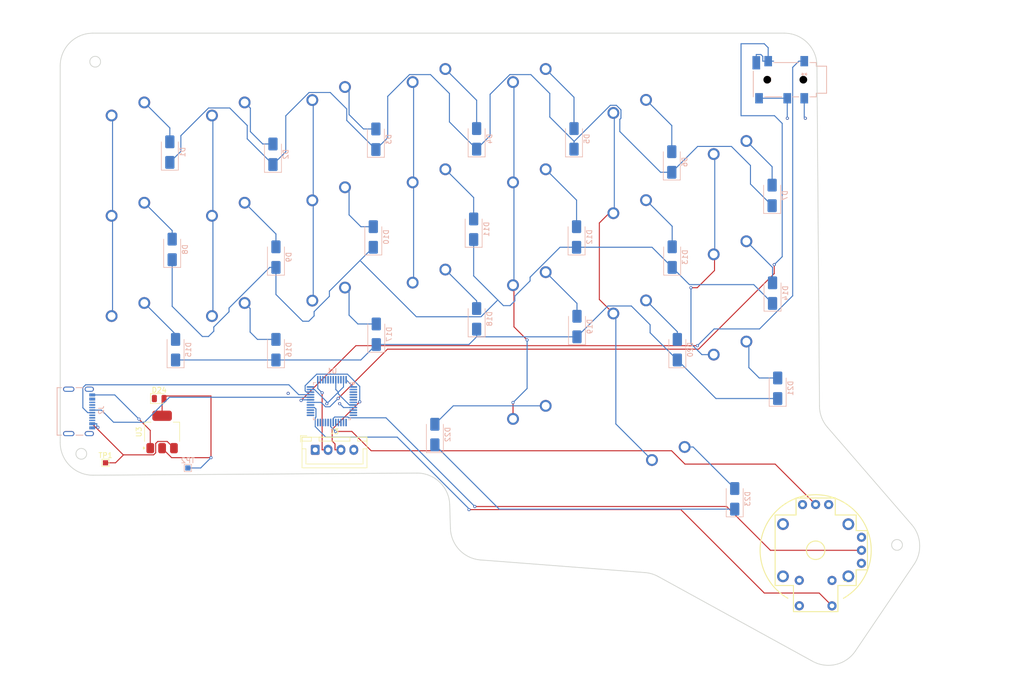
<source format=kicad_pcb>
(kicad_pcb (version 20240108) (generator "pcbnew") (generator_version "8.0")
  (layers (0 "F.Cu" signal) (1 "In1.Cu" power "GND") (2 "In2.Cu" power "PWR") (31 "B.Cu" signal) (34 "B.Paste" user) (35 "F.Paste" user) (36 "B.SilkS" user "B.Silkscreen") (37 "F.SilkS" user "F.Silkscreen") (38 "B.Mask" user) (39 "F.Mask" user) (44 "Edge.Cuts" user))
  (net 0 "")
  (net 1 "Net-(D1-A)")
  (net 2 "Net-(D2-A)")
  (net 3 "Net-(D3-A)")
  (net 4 "Net-(D4-A)")
  (net 5 "Net-(D5-A)")
  (net 6 "Net-(D6-A)")
  (net 7 "Net-(D7-A)")
  (net 8 "Net-(D8-A)")
  (net 9 "Net-(D9-A)")
  (net 10 "Net-(D10-A)")
  (net 11 "Net-(D11-A)")
  (net 12 "Net-(D12-A)")
  (net 13 "Net-(D13-A)")
  (net 14 "Net-(D14-A)")
  (net 15 "Net-(D15-A)")
  (net 16 "Net-(D16-A)")
  (net 17 "Net-(D17-A)")
  (net 18 "Net-(D18-A)")
  (net 19 "Net-(D19-A)")
  (net 20 "Net-(D20-A)")
  (net 21 "Net-(D21-A)")
  (net 22 "Net-(D22-A)")
  (net 23 "Net-(D23-A)")
  (net 27 "USART1_TX")
  (net 28 "USART1_RX")
  (net 29 "/BTN_PIN")
  (net 30 "/X_AXIS")
  (net 31 "/Y_AXIS")
  (net 34 "ROW0")
  (net 35 "ROW1")
  (net 36 "ROW2")
  (net 37 "ROW3")
  (net 38 "COL0")
  (net 39 "COL1")
  (net 40 "COL2")
  (net 41 "COL3")
  (net 42 "COL4")
  (net 43 "COL5")
  (net 44 "COL6")
  (net 80 "GND")
  (net 81 "+5V")
  (net 82 "+3.3V")
  (net 83 "/USB_D-")
  (net 84 "/USB_D+")
  (net 85 "/SWDIO")
  (net 86 "/SWCLK")
  (net 87 "/HSE_IN")
  (net 88 "/NRST")
  (net 89 "/HSE_OUT")
  (net 90 "Net-(D24-K)")
  (footprint "Package_TO_SOT_SMD:SOT-223-3_TabPin2" (layer "F.Cu") (at 82 107.5 90)
    (property "Reference" "U3")
    (property "Value" "AMS1117-3.3")
  )
  (footprint "PCM_marbastlib-mx:SW_MX_1u" (layer "F.Cu") (at 95.5 87.5)
    (property "Reference" "MX16" (hide yes))
    (property "Value" "MX_SW_solder")
  )
  (footprint "PCM_marbastlib-mx:SW_MX_1u" (layer "F.Cu") (at 134.5 42)
    (property "Reference" "MX4" (hide yes))
    (property "Value" "MX_SW_solder")
  )
  (footprint "PCM_marbastlib-mx:SW_MX_1u" (layer "F.Cu") (at 134.5 81)
    (property "Reference" "MX18" (hide yes))
    (property "Value" "MX_SW_solder")
  )
  (footprint "PCM_marbastlib-mx:SW_MX_1u" (layer "F.Cu") (at 173.5 67.5)
    (property "Reference" "MX13" (hide yes))
    (property "Value" "MX_SW_solder")
  )
  (footprint "PCM_marbastlib-mx:SW_MX_1u" (layer "F.Cu") (at 95.5 68)
    (property "Reference" "MX9" (hide yes))
    (property "Value" "MX_SW_solder")
  )
  (footprint "PCM_marbastlib-mx:SW_MX_1u" (layer "F.Cu") (at 173.5 48)
    (property "Reference" "MX6" (hide yes))
    (property "Value" "MX_SW_solder")
  )
  (footprint "PCM_marbastlib-mx:SW_MX_1u" (layer "F.Cu") (at 154 107.5)
    (property "Reference" "MX22" (hide yes))
    (property "Value" "MX_SW_solder")
  )
  (footprint "PCM_marbastlib-mx:SW_MX_1u" (layer "F.Cu") (at 193 95)
    (property "Reference" "MX21" (hide yes))
    (property "Value" "MX_SW_solder")
  )
  (footprint "PCM_marbastlib-mx:SW_MX_1u" (layer "F.Cu") (at 115 45.5)
    (property "Reference" "MX3" (hide yes))
    (property "Value" "MX_SW_solder")
  )
  (footprint "TestPoint:TestPoint_Pad_1.0x1.0mm" (layer "F.Cu") (at 71 113.5)
    (property "Reference" "TP1")
    (property "Value" "5v TP")
  )
  (footprint "LED_SMD:LED_0805_2012Metric" (layer "F.Cu") (at 81.4375 101)
    (property "Reference" "D24")
    (property "Value" "LED")
  )
  (footprint "PCM_marbastlib-mx:SW_MX_1.75u" (layer "F.Cu") (at 181 115.5)
    (property "Reference" "MX23" (hide yes))
    (property "Value" "MX_SW_solder")
  )
  (footprint "myCustomLibs:PS4_joystick" (layer "F.Cu") (at 209 130.5 180)
    (property "Reference" "U2" (hide yes))
    (property "Value" "~" (hide yes))
  )
  (footprint "PCM_marbastlib-mx:SW_MX_1u" (layer "F.Cu") (at 115 84.5)
    (property "Reference" "MX17" (hide yes))
    (property "Value" "MX_SW_solder")
  )
  (footprint "PCM_marbastlib-mx:SW_MX_1u" (layer "F.Cu") (at 76 48.5)
    (property "Reference" "MX1" (hide yes))
    (property "Value" "MX_SW_solder")
  )
  (footprint "PCM_marbastlib-mx:SW_MX_1u" (layer "F.Cu") (at 95.5 48.5)
    (property "Reference" "MX2" (hide yes))
    (property "Value" "MX_SW_solder")
  )
  (footprint "PCM_marbastlib-mx:SW_MX_1u" (layer "F.Cu") (at 173.5 87)
    (property "Reference" "MX20" (hide yes))
    (property "Value" "MX_SW_solder")
  )
  (footprint "PCM_marbastlib-mx:SW_MX_1u" (layer "F.Cu") (at 134.5 61.5)
    (property "Reference" "MX11" (hide yes))
    (property "Value" "MX_SW_solder")
  )
  (footprint "PCM_marbastlib-mx:SW_MX_1u" (layer "F.Cu") (at 193 75.5)
    (property "Reference" "MX14" (hide yes))
    (property "Value" "MX_SW_solder")
  )
  (footprint "PCM_marbastlib-mx:SW_MX_1u" (layer "F.Cu") (at 193 56)
    (property "Reference" "MX7" (hide yes))
    (property "Value" "MX_SW_solder")
  )
  (footprint "Connector_JST:JST_XH_B4B-XH-A_1x04_P2.50mm_Vertical" (layer "F.Cu") (at 111.75 110.975)
    (property "Reference" "J3")
    (property "Value" "Conn_01x04_Pin")
  )
  (footprint "PCM_marbastlib-mx:SW_MX_1u" (layer "F.Cu") (at 154 42)
    (property "Reference" "MX5" (hide yes))
    (property "Value" "MX_SW_solder")
  )
  (footprint "PCM_marbastlib-mx:SW_MX_1u" (layer "F.Cu") (at 154 81.5)
    (property "Reference" "MX19" (hide yes))
    (property "Value" "MX_SW_solder")
  )
  (footprint "PCM_marbastlib-mx:SW_MX_1u" (layer "F.Cu") (at 154 61.5)
    (property "Reference" "MX12" (hide yes))
    (property "Value" "MX_SW_solder")
  )
  (footprint "PCM_marbastlib-mx:SW_MX_1u" (layer "F.Cu") (at 115 65)
    (property "Reference" "MX10" (hide yes))
    (property "Value" "MX_SW_solder")
  )
  (footprint "PCM_marbastlib-mx:SW_MX_1u" (layer "F.Cu") (at 76 68)
    (property "Reference" "MX8" (hide yes))
    (property "Value" "MX_SW_solder")
  )
  (footprint "PCM_marbastlib-mx:SW_MX_1u" (layer "F.Cu") (at 76 87.5)
    (property "Reference" "MX15" (hide yes))
    (property "Value" "MX_SW_solder")
  )
  (footprint "footprints:PJ-342B-TX-SMT_XKB" (layer "B.Cu") (at 203 39 90)
    (property "Reference" "J1")
    (property "Value" "TRRS")
  )
  (footprint "Diode_SMD:D_SMA" (layer "B.Cu") (at 200.62 80.5 90)
    (property "Reference" "D14")
    (property "Value" "1N4007")
  )
  (footprint "Diode_SMD:D_SMA" (layer "B.Cu") (at 200.54 61.5 90)
    (property "Reference" "D7")
    (property "Value" "1N4007")
  )
  (footprint "myCustomLibs:MOLEX_2171790001" (layer "B.Cu") (at 65 103.5 90)
    (property "Reference" "J2")
    (property "Value" "2171790001")
  )
  (footprint "Diode_SMD:D_SMA" (layer "B.Cu") (at 182.12 91.5 90)
    (property "Reference" "D20")
    (property "Value" "1N4007")
  )
  (footprint "Diode_SMD:D_SMA" (layer "B.Cu") (at 162.54 69.58 90)
    (property "Reference" "D12")
    (property "Value" "1N4007")
  )
  (footprint "Diode_SMD:D_SMA" (layer "B.Cu") (at 201.62 99 90)
    (property "Reference" "D21")
    (property "Value" "1N4007")
  )
  (footprint "Diode_SMD:D_SMA" (layer "B.Cu") (at 83.96 72 90)
    (property "Reference" "D8")
    (property "Value" "1N4007")
  )
  (footprint "Diode_SMD:D_SMA" (layer "B.Cu") (at 162.62 87 90)
    (property "Reference" "D19")
    (property "Value" "1N4007")
  )
  (footprint "Diode_SMD:D_SMA" (layer "B.Cu") (at 123.04 69.58 90)
    (property "Reference" "D10")
    (property "Value" "1N4007")
  )
  (footprint "Package_QFP:LQFP-48_7x7mm_P0.5mm" (layer "B.Cu") (at 115 101.5 180)
    (property "Reference" "U1")
    (property "Value" "STM32F103C8Tx")
  )
  (footprint "Diode_SMD:D_SMA" (layer "B.Cu") (at 123.62 88.5 90)
    (property "Reference" "D17")
    (property "Value" "1N4007")
  )
  (footprint "TestPoint:TestPoint_Pad_1.0x1.0mm" (layer "B.Cu") (at 87 114.5 180)
    (property "Reference" "TP2")
    (property "Value" "3V TP")
  )
  (footprint "Diode_SMD:D_SMA" (layer "B.Cu") (at 162.04 50.5 90)
    (property "Reference" "D5")
    (property "Value" "1N4007")
  )
  (footprint "Diode_SMD:D_SMA" (layer "B.Cu") (at 103.54 53.5 90)
    (property "Reference" "D2")
    (property "Value" "1N4007")
  )
  (footprint "Diode_SMD:D_SMA" (layer "B.Cu") (at 143.12 50.5 90)
    (property "Reference" "D4")
    (property "Value" "1N4007")
  )
  (footprint "Diode_SMD:D_SMA" (layer "B.Cu") (at 142.54 68.08 90)
    (property "Reference" "D11")
    (property "Value" "1N4007")
  )
  (footprint "Diode_SMD:D_SMA" (layer "B.Cu") (at 143.12 85.5 90)
    (property "Reference" "D18")
    (property "Value" "1N4007")
  )
  (footprint "Diode_SMD:D_SMA" (layer "B.Cu") (at 104.12 91.5 90)
    (property "Reference" "D16")
    (property "Value" "1N4007")
  )
  (footprint "Diode_SMD:D_SMA" (layer "B.Cu") (at 135 108 90)
    (property "Reference" "D22")
    (property "Value" "1N4007")
  )
  (footprint "Diode_SMD:D_SMA" (layer "B.Cu") (at 181.04 55 90)
    (property "Reference" "D6")
    (property "Value" "1N4007")
  )
  (footprint "Diode_SMD:D_SMA" (layer "B.Cu") (at 123.54 50.58 90)
    (property "Reference" "D3")
    (property "Value" "1N4007")
  )
  (footprint "Diode_SMD:D_SMA" (layer "B.Cu") (at 84.62 91.5 90)
    (property "Reference" "D15")
    (property "Value" "1N4007")
  )
  (footprint "Diode_SMD:D_SMA" (layer "B.Cu") (at 83.5 53.08 90)
    (property "Reference" "D1")
    (property "Value" "1N4007")
  )
  (footprint "Diode_SMD:D_SMA" (layer "B.Cu") (at 193.27 120.5 90)
    (property "Reference" "D23")
    (property "Value" "1N4007")
  )
  (footprint "Diode_SMD:D_SMA" (layer "B.Cu") (at 181.12 73.5 90)
    (property "Reference" "D13")
    (property "Value" "1N4007")
  )
  (footprint "Diode_SMD:D_SMA" (layer "B.Cu") (at 104.12 73.5 90)
    (property "Reference" "D9")
    (property "Value" "1N4007")
  )
  (gr_circle (center 69 35.5) (end 70.014222 35.22824) (stroke (width 0.15)) (fill none) (layer "Edge.Cuts"))
  (gr_arc (start 211.290354 106.584666) (mid 210.150944 104.669376) (end 209.743426 102.478365) (stroke (width 0.15)) (layer "Edge.Cuts"))
  (gr_circle (center 224.80973 129.464497) (end 225.823953 129.192737) (stroke (width 0.15)) (fill none) (layer "Edge.Cuts"))
  (gr_arc (start 202.8974 29.950001) (mid 207.370675 31.793084) (end 209.247222 36.252425) (stroke (width 0.15)) (layer "Edge.Cuts"))
  (gr_line (start 68.549999 29.950001) (end 202.8974 29.950001) (stroke (width 0.15)) (layer "Edge.Cuts"))
  (gr_line (start 175.831894 134.844762) (end 143.887292 132.387485) (stroke (width 0.15)) (layer "Edge.Cuts"))
  (gr_line (start 138.027228 126.248525) (end 137.887836 121.648594) (stroke (width 0.15)) (layer "Edge.Cuts"))
  (gr_arc (start 62.2 36.300002) (mid 64.059871 31.809873) (end 68.549999 29.950001) (stroke (width 0.15)) (layer "Edge.Cuts"))
  (gr_arc (start 216.72474 150.088557) (mid 212.954914 152.703431) (end 208.407345 152.096033) (stroke (width 0.15)) (layer "Edge.Cuts"))
  (gr_arc (start 131.498697 115.49107) (mid 135.947196 117.268713) (end 137.887836 121.648594) (stroke (width 0.15)) (layer "Edge.Cuts"))
  (gr_line (start 62.2 109.557809) (end 62.2 36.300001) (stroke (width 0.15)) (layer "Edge.Cuts"))
  (gr_arc (start 143.887293 132.387485) (mid 139.781058 130.440772) (end 138.027229 126.248525) (stroke (width 0.15)) (layer "Edge.Cuts"))
  (gr_line (start 208.407345 152.096033) (end 178.40259 135.610732) (stroke (width 0.15)) (layer "Edge.Cuts"))
  (gr_line (start 131.498698 115.491069) (end 68.592052 115.90767) (stroke (width 0.15)) (layer "Edge.Cuts"))
  (gr_circle (center 66.3 111.745001) (end 67.314222 111.473241) (stroke (width 0.15)) (fill none) (layer "Edge.Cuts"))
  (gr_line (start 209.247222 36.252425) (end 209.743426 102.478365) (stroke (width 0.15)) (layer "Edge.Cuts"))
  (gr_arc (start 68.592052 115.907669) (mid 64.074762 114.06278) (end 62.2 109.557809) (stroke (width 0.15)) (layer "Edge.Cuts"))
  (gr_line (start 228.125765 133.234082) (end 216.72474 150.088557) (stroke (width 0.15)) (layer "Edge.Cuts"))
  (gr_arc (start 227.668983 125.522354) (mid 229.204937 129.300761) (end 228.125765 133.234082) (stroke (width 0.15)) (layer "Edge.Cuts"))
  (gr_line (start 211.290354 106.584666) (end 227.668983 125.522354) (stroke (width 0.15)) (layer "Edge.Cuts"))
  (gr_arc (start 175.831894 134.844762) (mid 177.158152 135.090451) (end 178.40259 135.610732) (stroke (width 0.15)) (layer "Edge.Cuts"))
  (segment (start 83.5 51.08) (end 83.5 48.38) (width 0.2) (layer "B.Cu") (net 1))
  (segment (start 83.5 48.38) (end 78.54 43.42) (width 0.2) (layer "B.Cu") (net 1))
  (segment (start 99.1533 44.5333) (end 98.04 43.42) (width 0.2) (layer "B.Cu") (net 2))
  (segment (start 101.5566 51.5) (end 99.1533 49.0967) (width 0.2) (layer "B.Cu") (net 2))
  (segment (start 103.54 51.5) (end 101.5566 51.5) (width 0.2) (layer "B.Cu") (net 2))
  (segment (start 99.1533 49.0967) (end 99.1533 44.5333) (width 0.2) (layer "B.Cu") (net 2))
  (segment (start 118.3313 45.7754) (end 118.3313 41.2113) (width 0.2) (layer "B.Cu") (net 3))
  (segment (start 121.1359 48.58) (end 118.3313 45.7754) (width 0.2) (layer "B.Cu") (net 3))
  (segment (start 118.3313 41.2113) (end 117.54 40.42) (width 0.2) (layer "B.Cu") (net 3))
  (segment (start 123.54 48.58) (end 121.1359 48.58) (width 0.2) (layer "B.Cu") (net 3))
  (segment (start 143.12 43) (end 137.04 36.92) (width 0.2) (layer "B.Cu") (net 4))
  (segment (start 143.12 48.5) (end 143.12 43) (width 0.2) (layer "B.Cu") (net 4))
  (segment (start 162.04 42.42) (end 156.54 36.92) (width 0.2) (layer "B.Cu") (net 5))
  (segment (start 162.04 48.5) (end 162.04 42.42) (width 0.2) (layer "B.Cu") (net 5))
  (segment (start 181.04 53) (end 181.04 47.92) (width 0.2) (layer "B.Cu") (net 6))
  (segment (start 181.04 47.92) (end 176.04 42.92) (width 0.2) (layer "B.Cu") (net 6))
  (segment (start 200.54 59.5) (end 200.54 55.92) (width 0.2) (layer "B.Cu") (net 7))
  (segment (start 200.54 55.92) (end 195.54 50.92) (width 0.2) (layer "B.Cu") (net 7))
  (segment (start 83.96 68.34) (end 78.54 62.92) (width 0.2) (layer "B.Cu") (net 8))
  (segment (start 83.96 70) (end 83.96 68.34) (width 0.2) (layer "B.Cu") (net 8))
  (segment (start 104.12 71.5) (end 104.12 69) (width 0.2) (layer "B.Cu") (net 9))
  (segment (start 104.12 69) (end 98.04 62.92) (width 0.2) (layer "B.Cu") (net 9))
  (segment (start 118.3313 65.2866) (end 118.3313 60.7113) (width 0.2) (layer "B.Cu") (net 10))
  (segment (start 123.04 67.58) (end 120.6247 67.58) (width 0.2) (layer "B.Cu") (net 10))
  (segment (start 118.3313 60.7113) (end 117.54 59.92) (width 0.2) (layer "B.Cu") (net 10))
  (segment (start 120.6247 67.58) (end 118.3313 65.2866) (width 0.2) (layer "B.Cu") (net 10))
  (segment (start 142.54 66.08) (end 142.54 61.92) (width 0.2) (layer "B.Cu") (net 11))
  (segment (start 142.54 61.92) (end 137.04 56.42) (width 0.2) (layer "B.Cu") (net 11))
  (segment (start 162.54 67.58) (end 162.54 62.42) (width 0.2) (layer "B.Cu") (net 12))
  (segment (start 162.54 62.42) (end 156.54 56.42) (width 0.2) (layer "B.Cu") (net 12))
  (segment (start 176.04 62.42) (end 181.12 67.5) (width 0.2) (layer "B.Cu") (net 13))
  (segment (start 181.12 67.5) (end 181.12 71.5) (width 0.2) (layer "B.Cu") (net 13))
  (segment (start 200.62 78.5) (end 200.62 75.5) (width 0.2) (layer "B.Cu") (net 14))
  (segment (start 200.62 75.5) (end 195.54 70.42) (width 0.2) (layer "B.Cu") (net 14))
  (segment (start 84.62 88.5) (end 78.54 82.42) (width 0.2) (layer "B.Cu") (net 15))
  (segment (start 84.62 89.5) (end 84.62 88.5) (width 0.2) (layer "B.Cu") (net 15))
  (segment (start 99.1035 88.0761) (end 99.1035 83.4835) (width 0.2) (layer "B.Cu") (net 16))
  (segment (start 100.5274 89.5) (end 99.1035 88.0761) (width 0.2) (layer "B.Cu") (net 16))
  (segment (start 99.1035 83.4835) (end 98.04 82.42) (width 0.2) (layer "B.Cu") (net 16))
  (segment (start 104.12 89.5) (end 100.5274 89.5) (width 0.2) (layer "B.Cu") (net 16))
  (segment (start 120.0406 86.5) (end 118.3313 84.7907) (width 0.2) (layer "B.Cu") (net 17))
  (segment (start 118.3313 80.2113) (end 117.54 79.42) (width 0.2) (layer "B.Cu") (net 17))
  (segment (start 123.62 86.5) (end 120.0406 86.5) (width 0.2) (layer "B.Cu") (net 17))
  (segment (start 118.3313 84.7907) (end 118.3313 80.2113) (width 0.2) (layer "B.Cu") (net 17))
  (segment (start 143.12 82) (end 137.04 75.92) (width 0.2) (layer "B.Cu") (net 18))
  (segment (start 143.12 83.5) (end 143.12 82) (width 0.2) (layer "B.Cu") (net 18))
  (segment (start 162.62 82.5) (end 156.54 76.42) (width 0.2) (layer "B.Cu") (net 19))
  (segment (start 162.62 85) (end 162.62 82.5) (width 0.2) (layer "B.Cu") (net 19))
  (segment (start 182.12 88) (end 176.04 81.92) (width 0.2) (layer "B.Cu") (net 20))
  (segment (start 182.12 89.5) (end 182.12 88) (width 0.2) (layer "B.Cu") (net 20))
  (segment (start 196.0168 94.9844) (end 196.0168 90.3968) (width 0.2) (layer "B.Cu") (net 21))
  (segment (start 198.0324 97) (end 196.0168 94.9844) (width 0.2) (layer "B.Cu") (net 21))
  (segment (start 201.62 97) (end 198.0324 97) (width 0.2) (layer "B.Cu") (net 21))
  (segment (start 196.0168 90.3968) (end 195.54 89.92) (width 0.2) (layer "B.Cu") (net 21))
  (segment (start 135 106) (end 138.58 102.42) (width 0.2) (layer "B.Cu") (net 22))
  (segment (start 138.58 102.42) (end 156.54 102.42) (width 0.2) (layer "B.Cu") (net 22))
  (segment (start 193.27 118.5) (end 185.19 110.42) (width 0.2) (layer "B.Cu") (net 23))
  (segment (start 185.19 110.42) (end 183.54 110.42) (width 0.2) (layer "B.Cu") (net 23))
  (segment (start 125.7938 91.3976) (end 186.2435 91.3976) (width 0.2) (layer "F.Cu") (net 27))
  (segment (start 116.2192 100.9722) (end 125.7938 91.3976) (width 0.2) (layer "F.Cu") (net 27))
  (segment (start 186.2435 91.3976) (end 200.9537 76.6874) (width 0.2) (layer "F.Cu") (net 27))
  (segment (start 200.9537 76.6874) (end 200.9537 74.961) (width 0.2) (layer "F.Cu") (net 27))
  (via (at 200.9537 74.961) (size 0.6) (drill 0.3) (layers "F.Cu" "B.Cu") (net 27))
  (via (at 116.2192 100.9722) (size 0.6) (drill 0.3) (layers "F.Cu" "B.Cu") (net 27))
  (segment (start 112.8991 101.75) (end 113.7508 102.6017) (width 0.2) (layer "B.Cu") (net 27))
  (segment (start 197.4628 34.1009) (end 198.3545 34.1009) (width 0.2) (layer "B.Cu") (net 27))
  (segment (start 110.8375 101.75) (end 112.8991 101.75) (width 0.2) (layer "B.Cu") (net 27))
  (segment (start 199.7742 35.3932) (end 199.7742 32.7742) (width 0.2) (layer "B.Cu") (net 27))
  (segment (start 199 32) (end 194.5 32) (width 0.2) (layer "B.Cu") (net 27))
  (segment (start 199.7742 35.3932) (end 200.8252 35.3932) (width 0.2) (layer "B.Cu") (net 27))
  (segment (start 199.7742 35.3932) (end 198.7232 35.3932) (width 0.2) (layer "B.Cu") (net 27))
  (segment (start 199.7742 32.7742) (end 199 32) (width 0.2) (layer "B.Cu") (net 27))
  (segment (start 202.5 47.5) (end 202.5 73.4147) (width 0.2) (layer "B.Cu") (net 27))
  (segment (start 197.4628 35.698) (end 197.4628 34.1009) (width 0.2) (layer "B.Cu") (net 27))
  (segment (start 202.5 73.4147) (end 200.9537 74.961) (width 0.2) (layer "B.Cu") (net 27))
  (segment (start 198.7232 34.4696) (end 198.7232 35.3932) (width 0.2) (layer "B.Cu") (net 27))
  (segment (start 198.3545 34.1009) (end 198.7232 34.4696) (width 0.2) (layer "B.Cu") (net 27))
  (segment (start 194.5 32) (end 194.5 46) (width 0.2) (layer "B.Cu") (net 27))
  (segment (start 113.7508 102.6017) (end 114.5897 102.6017) (width 0.2) (layer "B.Cu") (net 27))
  (segment (start 114.5897 102.6017) (end 116.2192 100.9722) (width 0.2) (layer "B.Cu") (net 27))
  (segment (start 201 46) (end 202.5 47.5) (width 0.2) (layer "B.Cu") (net 27))
  (segment (start 194.5 46) (end 201 46) (width 0.2) (layer "B.Cu") (net 27))
  (segment (start 186.0232 90.7148) (end 119.666 90.7148) (width 0.2) (layer "F.Cu") (net 28))
  (segment (start 119.666 90.7148) (end 109.0142 101.3666) (width 0.2) (layer "F.Cu") (net 28))
  (via (at 109.0142 101.3666) (size 0.6) (drill 0.3) (layers "F.Cu" "B.Cu") (net 28))
  (via (at 186.0232 90.7148) (size 0.6) (drill 0.3) (layers "F.Cu" "B.Cu") (net 28))
  (segment (start 204.5336 36.5932) (end 204.5336 81.0241) (width 0.2) (layer "B.Cu") (net 28))
  (segment (start 206.7846 35.3932) (end 205.7336 35.3932) (width 0.2) (layer "B.Cu") (net 28))
  (segment (start 109.0142 101.3666) (end 109.1308 101.25) (width 0.2) (layer "B.Cu") (net 28))
  (segment (start 109.1308 101.25) (end 110.8375 101.25) (width 0.2) (layer "B.Cu") (net 28))
  (segment (start 189.2748 87.4632) (end 186.0232 90.7148) (width 0.2) (layer "B.Cu") (net 28))
  (segment (start 205.7336 35.3932) (end 204.5336 36.5932) (width 0.2) (layer "B.Cu") (net 28))
  (segment (start 204.5336 81.0241) (end 198.0945 87.4632) (width 0.2) (layer "B.Cu") (net 28))
  (segment (start 198.0945 87.4632) (end 189.2748 87.4632) (width 0.2) (layer "B.Cu") (net 28))
  (segment (start 182.7989 122.6008) (end 199.018 138.8199) (width 0.2) (layer "F.Cu") (net 29))
  (segment (start 199.018 138.8199) (end 209.6801 138.8199) (width 0.2) (layer "F.Cu") (net 29))
  (segment (start 141.6334 122.6008) (end 182.7989 122.6008) (width 0.2) (layer "F.Cu") (net 29))
  (segment (start 209.6801 138.8199) (end 212.175 141.3148) (width 0.2) (layer "F.Cu") (net 29))
  (via (at 141.6334 122.6008) (size 0.6) (drill 0.3) (layers "F.Cu" "B.Cu") (net 29))
  (segment (start 113.7932 108.4993) (end 127.6847 108.4993) (width 0.2) (layer "B.Cu") (net 29))
  (segment (start 110.8375 102.75) (end 111.6197 102.75) (width 0.2) (layer "B.Cu") (net 29))
  (segment (start 111.8959 103.0262) (end 111.8959 104.6041) (width 0.2) (layer "B.Cu") (net 29))
  (segment (start 111.8959 104.6041) (end 111.7632 104.7368) (width 0.2) (layer "B.Cu") (net 29))
  (segment (start 141.6334 122.448) (end 141.6334 122.6008) (width 0.2) (layer "B.Cu") (net 29))
  (segment (start 111.6197 102.75) (end 111.8959 103.0262) (width 0.2) (layer "B.Cu") (net 29))
  (segment (start 111.7632 104.7368) (end 111.7632 106.4693) (width 0.2) (layer "B.Cu") (net 29))
  (segment (start 111.7632 106.4693) (end 113.7932 108.4993) (width 0.2) (layer "B.Cu") (net 29))
  (segment (start 127.6847 108.4993) (end 141.6334 122.448) (width 0.2) (layer "B.Cu") (net 29))
  (segment (start 200.2125 130.5148) (end 217.905 130.5148) (width 0.2) (layer "F.Cu") (net 30))
  (segment (start 191.6968 121.9991) (end 200.2125 130.5148) (width 0.2) (layer "F.Cu") (net 30))
  (segment (start 142.7608 121.9991) (end 191.6968 121.9991) (width 0.2) (layer "F.Cu") (net 30))
  (via (at 142.7608 121.9991) (size 0.6) (drill 0.3) (layers "F.Cu" "B.Cu") (net 30))
  (segment (start 118.0952 104.5951) (end 118.2489 104.7488) (width 0.2) (layer "B.Cu") (net 30))
  (segment (start 118.2489 104.7488) (end 125.5105 104.7488) (width 0.2) (layer "B.Cu") (net 30))
  (segment (start 115.25 105.6625) (end 115.25 104.8742) (width 0.2) (layer "B.Cu") (net 30))
  (segment (start 125.5105 104.7488) (end 142.7608 121.9991) (width 0.2) (layer "B.Cu") (net 30))
  (segment (start 115.25 104.8742) (end 115.5291 104.5951) (width 0.2) (layer "B.Cu") (net 30))
  (segment (start 115.5291 104.5951) (end 118.0952 104.5951) (width 0.2) (layer "B.Cu") (net 30))
  (segment (start 208.985 121.6048) (end 201.1257 113.7455) (width 0.2) (layer "F.Cu") (net 31))
  (segment (start 181.0018 111.1521) (end 122.6271 111.1521) (width 0.2) (layer "F.Cu") (net 31))
  (segment (start 118.8748 107.3998) (end 115.699 107.3998) (width 0.2) (layer "F.Cu") (net 31))
  (segment (start 201.1257 113.7455) (end 183.5952 113.7455) (width 0.2) (layer "F.Cu") (net 31))
  (segment (start 183.5952 113.7455) (end 181.0018 111.1521) (width 0.2) (layer "F.Cu") (net 31))
  (segment (start 122.6271 111.1521) (end 118.8748 107.3998) (width 0.2) (layer "F.Cu") (net 31))
  (via (at 115.699 107.3998) (size 0.6) (drill 0.3) (layers "F.Cu" "B.Cu") (net 31))
  (segment (start 114.75 106.4508) (end 115.699 107.3998) (width 0.2) (layer "B.Cu") (net 31))
  (segment (start 114.75 105.6625) (end 114.75 106.4508) (width 0.2) (layer "B.Cu") (net 31))
  (segment (start 125.8366 50.2834) (end 125.8366 42.2415) (width 0.2) (layer "B.Cu") (net 34))
  (segment (start 85.6426 49.8837) (end 91.0266 44.4997) (width 0.2) (layer "B.Cu") (net 34))
  (segment (start 170.94 49.0733) (end 178.8667 57) (width 0.2) (layer "B.Cu") (net 34))
  (segment (start 153.6603 38.0082) (end 157.3312 41.6791) (width 0.2) (layer "B.Cu") (net 34))
  (segment (start 125.8366 42.2415) (end 130.0699 38.0082) (width 0.2) (layer "B.Cu") (net 34))
  (segment (start 134.1603 38.0082) (end 137.8312 41.6791) (width 0.2) (layer "B.Cu") (net 34))
  (segment (start 145.7363 49.8837) (end 145.7363 41.8418) (width 0.2) (layer "B.Cu") (net 34))
  (segment (start 171.1641 46.4859) (end 170.94 46.71) (width 0.2) (layer "B.Cu") (net 34))
  (segment (start 196.3313 59.2913) (end 200.54 63.5) (width 0.2) (layer "B.Cu") (net 34))
  (segment (start 98.5443 47.9033) (end 98.5443 50.5043) (width 0.2) (layer "B.Cu") (net 34))
  (segment (start 145.7363 41.8418) (end 149.5699 38.0082) (width 0.2) (layer "B.Cu") (net 34))
  (segment (start 186.0696 51.9704) (end 192.6225 51.9704) (width 0.2) (layer "B.Cu") (net 34))
  (segment (start 95.1407 44.4997) (end 98.5443 47.9033) (width 0.2) (layer "B.Cu") (net 34))
  (segment (start 169.0944 43.9784) (end 170.2716 43.9784) (width 0.2) (layer "B.Cu") (net 34))
  (segment (start 178.8667 57) (end 181.04 57) (width 0.2) (layer "B.Cu") (net 34))
  (segment (start 85.6426 52.9374) (end 85.6426 49.8837) (width 0.2) (layer "B.Cu") (net 34))
  (segment (start 162.0763 50.9965) (end 169.0944 43.9784) (width 0.2) (layer "B.Cu") (net 34))
  (segment (start 170.94 46.71) (end 170.94 49.0733) (width 0.2) (layer "B.Cu") (net 34))
  (segment (start 157.3312 46.2514) (end 162.0763 50.9965) (width 0.2) (layer "B.Cu") (net 34))
  (segment (start 181.04 57) (end 186.0696 51.9704) (width 0.2) (layer "B.Cu") (net 34))
  (segment (start 123.54 52.58) (end 117.8792 46.9192) (width 0.2) (layer "B.Cu") (net 34))
  (segment (start 137.8312 41.6791) (end 137.8312 47.2112) (width 0.2) (layer "B.Cu") (net 34))
  (segment (start 114.6779 41.4873) (end 110.5596 41.4873) (width 0.2) (layer "B.Cu") (net 34))
  (segment (start 162.04 51.0328) (end 162.04 52.5) (width 0.2) (layer "B.Cu") (net 34))
  (segment (start 91.0266 44.4997) (end 95.1407 44.4997) (width 0.2) (layer "B.Cu") (net 34))
  (segment (start 171.1641 44.8709) (end 171.1641 46.4859) (width 0.2) (layer "B.Cu") (net 34))
  (segment (start 192.6225 51.9704) (end 196.3313 55.6792) (width 0.2) (layer "B.Cu") (net 34))
  (segment (start 106.0289 53.0111) (end 103.54 55.5) (width 0.2) (layer "B.Cu") (net 34))
  (segment (start 130.0699 38.0082) (end 134.1603 38.0082) (width 0.2) (layer "B.Cu") (net 34))
  (segment (start 117.8792 46.9192) (end 117.8792 44.6886) (width 0.2) (layer "B.Cu") (net 34))
  (segment (start 98.5443 50.5043) (end 103.54 55.5) (width 0.2) (layer "B.Cu") (net 34))
  (segment (start 143.12 52.5) (end 145.7363 49.8837) (width 0.2) (layer "B.Cu") (net 34))
  (segment (start 170.2716 43.9784) (end 171.1641 44.8709) (width 0.2) (layer "B.Cu") (net 34))
  (segment (start 149.5699 38.0082) (end 153.6603 38.0082) (width 0.2) (layer "B.Cu") (net 34))
  (segment (start 110.5596 41.4873) (end 106.0289 46.018) (width 0.2) (layer "B.Cu") (net 34))
  (segment (start 117.8792 44.6886) (end 114.6779 41.4873) (width 0.2) (layer "B.Cu") (net 34))
  (segment (start 123.54 52.58) (end 125.8366 50.2834) (width 0.2) (layer "B.Cu") (net 34))
  (segment (start 83.5 55.08) (end 85.6426 52.9374) (width 0.2) (layer "B.Cu") (net 34))
  (segment (start 162.0763 50.9965) (end 162.04 51.0328) (width 0.2) (layer "B.Cu") (net 34))
  (segment (start 106.0289 46.018) (end 106.0289 53.0111) (width 0.2) (layer "B.Cu") (net 34))
  (segment (start 196.3313 55.6792) (end 196.3313 59.2913) (width 0.2) (layer "B.Cu") (net 34))
  (segment (start 157.3312 41.6791) (end 157.3312 46.2514) (width 0.2) (layer "B.Cu") (net 34))
  (segment (start 137.8312 47.2112) (end 143.12 52.5) (width 0.2) (layer "B.Cu") (net 34))
  (segment (start 104.12 80.7634) (end 104.12 75.5) (width 0.2) (layer "B.Cu") (net 35))
  (segment (start 148.3224 82.93) (end 147.2288 81.8364) (width 0.2) (layer "B.Cu") (net 35))
  (segment (start 131.4114 85.1004) (end 143.9648 85.1004) (width 0.2) (layer "B.Cu") (net 35))
  (segment (start 95.0066 83.4004) (end 95.0066 84.1255) (width 0.2) (layer "B.Cu") (net 35))
  (segment (start 150.5403 82.0085) (end 149.6188 82.93) (width 0.2) (layer "B.Cu") (net 35))
  (segment (start 89.8258 88.9346) (end 83.96 83.0688) (width 0.2) (layer "B.Cu") (net 35))
  (segment (start 147.2288 81.8364) (end 142.54 77.1476) (width 0.2) (layer "B.Cu") (net 35))
  (segment (start 162.54 71.58) (end 159.327 71.58) (width 0.2) (layer "B.Cu") (net 35))
  (segment (start 92.0403 87.907) (end 91.0127 88.9346) (width 0.2) (layer "B.Cu") (net 35))
  (segment (start 153.5066 78.1255) (end 150.5403 81.0918) (width 0.2) (layer "B.Cu") (net 35))
  (segment (start 114.5066 81.1255) (end 111.5403 84.0918) (width 0.2) (layer "B.Cu") (net 35))
  (segment (start 177.2 71.58) (end 162.54 71.58) (width 0.2) (layer "B.Cu") (net 35))
  (segment (start 142.54 77.1476) (end 142.54 70.08) (width 0.2) (layer "B.Cu") (net 35))
  (segment (start 143.9648 85.1004) (end 147.2288 81.8364) (width 0.2) (layer "B.Cu") (net 35))
  (segment (start 184.4676 78.8476) (end 181.12 75.5) (width 0.2) (layer "B.Cu") (net 35))
  (segment (start 153.5066 77.4004) (end 153.5066 78.1255) (width 0.2) (layer "B.Cu") (net 35))
  (segment (start 149.6188 82.93) (end 148.3224 82.93) (width 0.2) (layer "B.Cu") (net 35))
  (segment (start 111.5403 84.0918) (end 111.5403 84.9271) (width 0.2) (layer "B.Cu") (net 35))
  (segment (start 109.3211 85.9645) (end 104.12 80.7634) (width 0.2) (layer "B.Cu") (net 35))
  (segment (start 123.04 71.58) (end 120.5123 74.1077) (width 0.2) (layer "B.Cu") (net 35))
  (segment (start 102.907 75.5) (end 95.0066 83.4004) (width 0.2) (layer "B.Cu") (net 35))
  (segment (start 159.327 71.58) (end 153.5066 77.4004) (width 0.2) (layer "B.Cu") (net 35))
  (segment (start 91.0127 88.9346) (end 89.8258 88.9346) (width 0.2) (layer "B.Cu") (net 35))
  (segment (start 150.5403 81.0918) (end 150.5403 82.0085) (width 0.2) (layer "B.Cu") (net 35))
  (segment (start 120.5123 74.1077) (end 120.5123 74.2013) (width 0.2) (layer "B.Cu") (net 35))
  (segment (start 111.5403 84.9271) (end 110.5029 85.9645) (width 0.2) (layer "B.Cu") (net 35))
  (segment (start 83.96 83.0688) (end 83.96 74) (width 0.2) (layer "B.Cu") (net 35))
  (segment (start 120.5123 74.1077) (end 114.5066 80.1134) (width 0.2) (layer "B.Cu") (net 35))
  (segment (start 95.0066 84.1255) (end 92.0403 87.0918) (width 0.2) (layer "B.Cu") (net 35))
  (segment (start 181.12 75.5) (end 177.2 71.58) (width 0.2) (layer "B.Cu") (net 35))
  (segment (start 120.5123 74.2013) (end 131.4114 85.1004) (width 0.2) (layer "B.Cu") (net 35))
  (segment (start 110.5029 85.9645) (end 109.3211 85.9645) (width 0.2) (layer "B.Cu") (net 35))
  (segment (start 200.62 82.5) (end 196.9676 78.8476) (width 0.2) (layer "B.Cu") (net 35))
  (segment (start 104.12 75.5) (end 102.907 75.5) (width 0.2) (layer "B.Cu") (net 35))
  (segment (start 196.9676 78.8476) (end 184.4676 78.8476) (width 0.2) (layer "B.Cu") (net 35))
  (segment (start 92.0403 87.0918) (end 92.0403 87.907) (width 0.2) (layer "B.Cu") (net 35))
  (segment (start 114.5066 80.1134) (end 114.5066 81.1255) (width 0.2) (layer "B.Cu") (net 35))
  (segment (start 123.62 90.5) (end 141.62 90.5) (width 0.2) (layer "B.Cu") (net 36))
  (segment (start 168.6143 83.0057) (end 173.1877 83.0057) (width 0.2) (layer "B.Cu") (net 36))
  (segment (start 189.62 101) (end 182.12 93.5) (width 0.2) (layer "B.Cu") (net 36))
  (segment (start 176.8313 88.2113) (end 182.12 93.5) (width 0.2) (layer "B.Cu") (net 36))
  (segment (start 104.12 93.5) (end 120.62 93.5) (width 0.2) (layer "B.Cu") (net 36))
  (segment (start 176.8313 86.6493) (end 176.8313 88.2113) (width 0.2) (layer "B.Cu") (net 36))
  (segment (start 162.62 89) (end 168.6143 83.0057) (width 0.2) (layer "B.Cu") (net 36))
  (segment (start 84.62 93.5) (end 104.12 93.5) (width 0.2) (layer "B.Cu") (net 36))
  (segment (start 173.1877 83.0057) (end 176.8313 86.6493) (width 0.2) (layer "B.Cu") (net 36))
  (segment (start 120.62 93.5) (end 123.62 90.5) (width 0.2) (layer "B.Cu") (net 36))
  (segment (start 201.62 101) (end 189.62 101) (width 0.2) (layer "B.Cu") (net 36))
  (segment (start 143.12 89) (end 162.62 89) (width 0.2) (layer "B.Cu") (net 36))
  (segment (start 141.62 90.5) (end 143.12 89) (width 0.2) (layer "B.Cu") (net 36))
  (segment (start 143.12 89) (end 143.12 87.5) (width 0.2) (layer "B.Cu") (net 36))
  (segment (start 147.5 122.5) (end 135 110) (width 0.2) (layer "B.Cu") (net 37))
  (segment (start 193.27 122.5) (end 147.5 122.5) (width 0.2) (layer "B.Cu") (net 37))
  (segment (start 72.3695 65.6395) (end 72.19 65.46) (width 0.2) (layer "B.Cu") (net 38))
  (segment (start 72.19 45.96) (end 72.3695 46.1395) (width 0.2) (layer "B.Cu") (net 38))
  (segment (start 72.3695 46.1395) (end 72.3695 65.2805) (width 0.2) (layer "B.Cu") (net 38))
  (segment (start 72.19 84.96) (end 72.3695 84.7805) (width 0.2) (layer "B.Cu") (net 38))
  (segment (start 72.3695 65.2805) (end 72.19 65.46) (width 0.2) (layer "B.Cu") (net 38))
  (segment (start 72.3695 84.7805) (end 72.3695 65.6395) (width 0.2) (layer "B.Cu") (net 38))
  (segment (start 91.8635 65.2865) (end 91.69 65.46) (width 0.2) (layer "B.Cu") (net 39))
  (segment (start 91.8635 46.1335) (end 91.8635 65.2865) (width 0.2) (layer "B.Cu") (net 39))
  (segment (start 91.69 65.46) (end 91.8748 65.6448) (width 0.2) (layer "B.Cu") (net 39))
  (segment (start 91.8748 84.7752) (end 91.69 84.96) (width 0.2) (layer "B.Cu") (net 39))
  (segment (start 91.8748 65.6448) (end 91.8748 84.7752) (width 0.2) (layer "B.Cu") (net 39))
  (segment (start 91.69 45.96) (end 91.8635 46.1335) (width 0.2) (layer "B.Cu") (net 39))
  (segment (start 111.3695 62.6395) (end 111.19 62.46) (width 0.2) (layer "B.Cu") (net 40))
  (segment (start 111.19 62.46) (end 111.3695 62.2805) (width 0.2) (layer "B.Cu") (net 40))
  (segment (start 111.3695 81.7805) (end 111.3695 62.6395) (width 0.2) (layer "B.Cu") (net 40))
  (segment (start 111.3695 62.2805) (end 111.3695 43.1395) (width 0.2) (layer "B.Cu") (net 40))
  (segment (start 111.3695 43.1395) (end 111.19 42.96) (width 0.2) (layer "B.Cu") (net 40))
  (segment (start 111.19 81.96) (end 111.3695 81.7805) (width 0.2) (layer "B.Cu") (net 40))
  (segment (start 130.69 58.96) (end 130.8695 59.1395) (width 0.2) (layer "B.Cu") (net 41))
  (segment (start 130.8696 58.7804) (end 130.69 58.96) (width 0.2) (layer "B.Cu") (net 41))
  (segment (start 130.69 39.46) (end 130.8696 39.6396) (width 0.2) (layer "B.Cu") (net 41))
  (segment (start 130.8695 78.2805) (end 130.69 78.46) (width 0.2) (layer "B.Cu") (net 41))
  (segment (start 130.8695 59.1395) (end 130.8695 78.2805) (width 0.2) (layer "B.Cu") (net 41))
  (segment (start 130.8696 39.6396) (end 130.8696 58.7804) (width 0.2) (layer "B.Cu") (net 41))
  (segment (start 150.19 78.96) (end 150.3695 79.1395) (width 0.2) (layer "F.Cu") (net 42))
  (segment (start 150.3695 87.0508) (end 152.928 89.6093) (width 0.2) (layer "F.Cu") (net 42))
  (segment (start 150.3695 79.1395) (end 150.3695 87.0508) (width 0.2) (layer "F.Cu") (net 42))
  (segment (start 150.19 101.783) (end 150.19 104.96) (width 0.2) (layer "F.Cu") (net 42))
  (via (at 152.928 89.6093) (size 0.6) (drill 0.3) (layers "F.Cu" "B.Cu") (net 42))
  (via (at 150.19 101.783) (size 0.6) (drill 0.3) (layers "F.Cu" "B.Cu") (net 42))
  (segment (start 150.19 101.783) (end 152.928 99.045) (width 0.2) (layer "B.Cu") (net 42))
  (segment (start 150.3696 39.6396) (end 150.3696 58.7804) (width 0.2) (layer "B.Cu") (net 42))
  (segment (start 152.928 99.045) (end 152.928 89.6093) (width 0.2) (layer "B.Cu") (net 42))
  (segment (start 150.3695 59.1395) (end 150.3695 78.7805) (width 0.2) (layer "B.Cu") (net 42))
  (segment (start 150.3696 58.7804) (end 150.19 58.96) (width 0.2) (layer "B.Cu") (net 42))
  (segment (start 150.19 39.46) (end 150.3696 39.6396) (width 0.2) (layer "B.Cu") (net 42))
  (segment (start 150.19 58.96) (end 150.3695 59.1395) (width 0.2) (layer "B.Cu") (net 42))
  (segment (start 150.3695 78.7805) (end 150.19 78.96) (width 0.2) (layer "B.Cu") (net 42))
  (segment (start 166.9665 81.7365) (end 166.9665 66.8578) (width 0.2) (layer "F.Cu") (net 43))
  (segment (start 168.8643 64.96) (end 169.69 64.96) (width 0.2) (layer "F.Cu") (net 43))
  (segment (start 166.9665 66.8578) (end 168.8643 64.96) (width 0.2) (layer "F.Cu") (net 43))
  (segment (start 169.69 84.46) (end 166.9665 81.7365) (width 0.2) (layer "F.Cu") (net 43))
  (segment (start 177.19 112.96) (end 170.1689 105.9389) (width 0.2) (layer "B.Cu") (net 43))
  (segment (start 170.1689 84.9389) (end 169.69 84.46) (width 0.2) (layer "B.Cu") (net 43))
  (segment (start 169.69 45.46) (end 169.876 45.646) (width 0.2) (layer "B.Cu") (net 43))
  (segment (start 169.876 64.774) (end 169.69 64.96) (width 0.2) (layer "B.Cu") (net 43))
  (segment (start 170.1689 105.9389) (end 170.1689 84.9389) (width 0.2) (layer "B.Cu") (net 43))
  (segment (start 169.876 45.646) (end 169.876 64.774) (width 0.2) (layer "B.Cu") (net 43))
  (segment (start 189.347 73.117) (end 189.347 76.0973) (width 0.2) (layer "F.Cu") (net 44))
  (segment (start 189.19 72.96) (end 189.347 73.117) (width 0.2) (layer "F.Cu") (net 44))
  (segment (start 189.347 76.0973) (end 185.995 79.4493) (width 0.2) (layer "F.Cu") (net 44))
  (segment (start 185.995 79.4493) (end 184.7688 79.4493) (width 0.2) (layer "F.Cu") (net 44))
  (via (at 184.7688 79.4493) (size 0.6) (drill 0.3) (layers "F.Cu" "B.Cu") (net 44))
  (segment (start 184.7688 90.3437) (end 186.8851 92.46) (width 0.2) (layer "B.Cu") (net 44))
  (segment (start 189.3874 53.6574) (end 189.3874 72.7626) (width 0.2) (layer "B.Cu") (net 44))
  (segment (start 189.19 53.46) (end 189.3874 53.6574) (width 0.2) (layer "B.Cu") (net 44))
  (segment (start 184.7688 79.4493) (end 184.7688 90.3437) (width 0.2) (layer "B.Cu") (net 44))
  (segment (start 186.8851 92.46) (end 189.19 92.46) (width 0.2) (layer "B.Cu") (net 44))
  (segment (start 189.3874 72.7626) (end 189.19 72.96) (width 0.2) (layer "B.Cu") (net 44))
  (segment (start 79.7 107.2) (end 77.5 105) (width 0.2) (layer "F.Cu") (net 80))
  (segment (start 79.7 110.65) (end 79.7 107.2) (width 0.2) (layer "F.Cu") (net 80))
  (via (at 114 102) (size 0.6) (drill 0.3) (layers "F.Cu" "B.Cu") (net 80))
  (via (at 207 46.5) (size 0.6) (drill 0.3) (layers "F.Cu" "B.Cu") (net 80))
  (via (at 106.5 100) (size 0.6) (drill 0.3) (layers "F.Cu" "B.Cu") (net 80))
  (via (at 77.5 105) (size 0.6) (drill 0.3) (layers "F.Cu" "B.Cu") (net 80))
  (segment (start 111.607 99.25) (end 114 101.643) (width 0.2) (layer "B.Cu") (net 80))
  (segment (start 72.8 100.3) (end 77.5 105) (width 0.2) (layer "B.Cu") (net 80))
  (segment (start 110.838 99.25) (end 110.8375 99.25) (width 0.2) (layer "B.Cu") (net 80))
  (segment (start 68.425 100.3) (end 72.8 100.3) (width 0.2) (layer "B.Cu") (net 80))
  (segment (start 115.75 99.25) (end 116.25 99.75) (width 0.2) (layer "B.Cu") (net 80))
  (segment (start 119.162 102.25) (end 119.1625 102.25) (width 0.2) (layer "B.Cu") (net 80))
  (segment (start 118.393 102.25) (end 119.162 102.25) (width 0.2) (layer "B.Cu") (net 80))
  (segment (start 117.25 97.3375) (end 117.25 98.75) (width 0.2) (layer "B.Cu") (net 80))
  (segment (start 206.7846 46.2846) (end 207 46.5) (width 0.2) (layer "B.Cu") (net 80))
  (segment (start 116.25 100.107) (end 118.393 102.25) (width 0.2) (layer "B.Cu") (net 80))
  (segment (start 117.25 98.75) (end 116.25 99.75) (width 0.2) (layer "B.Cu") (net 80))
  (segment (start 110.838 99.25) (end 111.607 99.25) (width 0.2) (layer "B.Cu") (net 80))
  (segment (start 115.75 97.3375) (end 115.75 99.25) (width 0.2) (layer "B.Cu") (net 80))
  (segment (start 116.25 99.75) (end 114 102) (width 0.2) (layer "B.Cu") (net 80))
  (segment (start 114 101.643) (end 114 102) (width 0.2) (layer "B.Cu") (net 80))
  (segment (start 206.7846 42.6068) (end 206.7846 46.2846) (width 0.2) (layer "B.Cu") (net 80))
  (segment (start 116.25 99.75) (end 116.25 100.107) (width 0.2) (layer "B.Cu") (net 80))
  (segment (start 80.75 111.555) (end 80.3546 111.95) (width 0.2) (layer "F.Cu") (net 81))
  (segment (start 80.3546 111.95) (end 74.5 111.95) (width 0.2) (layer "F.Cu") (net 81))
  (segment (start 69.11 106.61) (end 68.5 106) (width 0.2) (layer "F.Cu") (net 81))
  (segment (start 84.3 110.65) (end 83 109.35) (width 0.2) (layer "F.Cu") (net 81))
  (segment (start 69.11 106.61) (end 69.5223 106.61) (width 0.2) (layer "F.Cu") (net 81))
  (segment (start 71 113.5) (end 72.95 113.5) (width 0.2) (layer "F.Cu") (net 81))
  (segment (start 72.95 113.5) (end 74.5 111.95) (width 0.2) (layer "F.Cu") (net 81))
  (segment (start 80.75 109.745) (end 80.75 111.555) (width 0.2) (layer "F.Cu") (net 81))
  (segment (start 83 109.35) (end 81.1454 109.35) (width 0.2) (layer "F.Cu") (net 81))
  (segment (start 74.5 111.95) (end 74.45 111.95) (width 0.2) (layer "F.Cu") (net 81))
  (segment (start 74.45 111.95) (end 69.11 106.61) (width 0.2) (layer "F.Cu") (net 81))
  (segment (start 81.1454 109.35) (end 80.75 109.745) (width 0.2) (layer "F.Cu") (net 81))
  (via (at 69.5223 106.61) (size 0.6) (drill 0.3) (layers "F.Cu" "B.Cu") (net 81))
  (segment (start 69.3017 105.9) (end 69.3017 106.3894) (width 0.2) (layer "B.Cu") (net 81))
  (segment (start 68.425 105.9) (end 69.3017 105.9) (width 0.2) (layer "B.Cu") (net 81))
  (segment (start 69.3017 106.3894) (end 69.5223 106.61) (width 0.2) (layer "B.Cu") (net 81))
  (segment (start 83.85 112.5) (end 91.5 112.5) (width 0.2) (layer "F.Cu") (net 82))
  (segment (start 82 101.375) (end 82.375 101) (width 0.2) (layer "F.Cu") (net 82))
  (segment (start 82.375 101) (end 82.875 100.5) (width 0.2) (layer "F.Cu") (net 82))
  (segment (start 82 104.35) (end 82 101.375) (width 0.2) (layer "F.Cu") (net 82))
  (segment (start 82.875 100.5) (end 91.5 100.5) (width 0.2) (layer "F.Cu") (net 82))
  (segment (start 82 110.65) (end 83.85 112.5) (width 0.2) (layer "F.Cu") (net 82))
  (segment (start 91.5 100.5) (end 91.5 112.5) (width 0.2) (layer "F.Cu") (net 82))
  (via (at 91.5 112.5) (size 0.6) (drill 0.3) (layers "F.Cu" "B.Cu") (net 82))
  (via (at 203.5 46.5) (size 0.6) (drill 0.3) (layers "F.Cu" "B.Cu") (net 82))
  (via (at 116.5 102) (size 0.6) (drill 0.3) (layers "F.Cu" "B.Cu") (net 82))
  (segment (start 119.162 102.75) (end 117.25 102.75) (width 0.2) (layer "B.Cu") (net 82))
  (segment (start 197.9962 42.6068) (end 203.4826 42.6068) (width 0.2) (layer "B.Cu") (net 82))
  (segment (start 119.1625 98.75) (end 117.75 97.3375) (width 0.2) (layer "B.Cu") (net 82))
  (segment (start 203.4826 42.6068) (end 203.4826 46.4826) (width 0.2) (layer "B.Cu") (net 82))
  (segment (start 119.162 102.75) (end 119.1625 102.75) (width 0.2) (layer "B.Cu") (net 82))
  (segment (start 89.5 114.5) (end 91.5 112.5) (width 0.2) (layer "B.Cu") (net 82))
  (segment (start 117.25 102.75) (end 116.5 102) (width 0.2) (layer "B.Cu") (net 82))
  (segment (start 203.4826 46.4826) (end 203.5 46.5) (width 0.2) (layer "B.Cu") (net 82))
  (segment (start 87 114.5) (end 89.5 114.5) (width 0.2) (layer "B.Cu") (net 82))
  (segment (start 83.428 100.75) (end 78.567 105.611) (width 0.2) (layer "B.Cu") (net 83))
  (segment (start 78.567 105.611) (end 72.5711 105.611) (width 0.2) (layer "B.Cu") (net 83))
  (segment (start 72.5711 105.611) (end 70.2101 103.25) (width 0.2) (layer "B.Cu") (net 83))
  (segment (start 70.2101 103.25) (end 68.425 103.25) (width 0.2) (layer "B.Cu") (net 83))
  (segment (start 110.8375 100.75) (end 83.428 100.75) (width 0.2) (layer "B.Cu") (net 83))
  (segment (start 108.5508 100.25) (end 110.8375 100.25) (width 0.2) (layer "B.Cu") (net 84))
  (segment (start 67.5483 103.75) (end 66.5989 102.8006) (width 0.2) (layer "B.Cu") (net 84))
  (segment (start 66.5989 98.8738) (end 67.1408 98.3319) (width 0.2) (layer "B.Cu") (net 84))
  (segment (start 67.1408 98.3319) (end 106.6327 98.3319) (width 0.2) (layer "B.Cu") (net 84))
  (segment (start 68.425 103.75) (end 67.5483 103.75) (width 0.2) (layer "B.Cu") (net 84))
  (segment (start 66.5989 102.8006) (end 66.5989 98.8738) (width 0.2) (layer "B.Cu") (net 84))
  (segment (start 106.6327 98.3319) (end 108.5508 100.25) (width 0.2) (layer "B.Cu") (net 84))
  (segment (start 115.5983 109.8233) (end 115.5983 110.975) (width 0.2) (layer "F.Cu") (net 85))
  (segment (start 116.75 110.975) (end 115.5983 110.975) (width 0.2) (layer "F.Cu") (net 85))
  (segment (start 120.402 101.6364) (end 115.0498 106.9886) (width 0.2) (layer "F.Cu") (net 85))
  (segment (start 115.0498 109.2748) (end 115.5983 109.8233) (width 0.2) (layer "F.Cu") (net 85))
  (segment (start 115.0498 106.9886) (end 115.0498 109.2748) (width 0.2) (layer "F.Cu") (net 85))
  (via (at 120.402 101.6364) (size 0.6) (drill 0.3) (layers "F.Cu" "B.Cu") (net 85))
  (segment (start 109.798 99.4988) (end 109.798 98.5012) (width 0.2) (layer "B.Cu") (net 85))
  (segment (start 118.0108 96.2549) (end 120.402 98.6461) (width 0.2) (layer "B.Cu") (net 85))
  (segment (start 109.798 98.5012) (end 112.0443 96.2549) (width 0.2) (layer "B.Cu") (net 85))
  (segment (start 120.402 98.6461) (end 120.402 101.6364) (width 0.2) (layer "B.Cu") (net 85))
  (segment (start 110.0492 99.75) (end 109.798 99.4988) (width 0.2) (layer "B.Cu") (net 85))
  (segment (start 112.0443 96.2549) (end 118.0108 96.2549) (width 0.2) (layer "B.Cu") (net 85))
  (segment (start 110.8375 99.75) (end 110.0492 99.75) (width 0.2) (layer "B.Cu") (net 85))
  (segment (start 113.0983 99.8874) (end 113.0983 110.975) (width 0.2) (layer "F.Cu") (net 86))
  (segment (start 114.25 110.975) (end 113.0983 110.975) (width 0.2) (layer "F.Cu") (net 86))
  (via (at 113.0983 99.8874) (size 0.6) (drill 0.3) (layers "F.Cu" "B.Cu") (net 86))
  (segment (start 112.25 97.3375) (end 112.25 99.0391) (width 0.2) (layer "B.Cu") (net 86))
  (segment (start 112.25 99.0391) (end 113.0983 99.8874) (width 0.2) (layer "B.Cu") (net 86))
)
</source>
